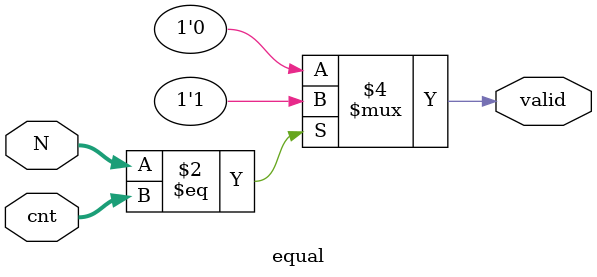
<source format=v>
module equal (
    input [2:0] N,
    input [2:0] cnt,
    output reg valid 
);

    always @(*) begin
        if (N == cnt) begin
            valid = 1'b1;
        end else begin
            valid = 1'b0;
        end
    end
    
endmodule
</source>
